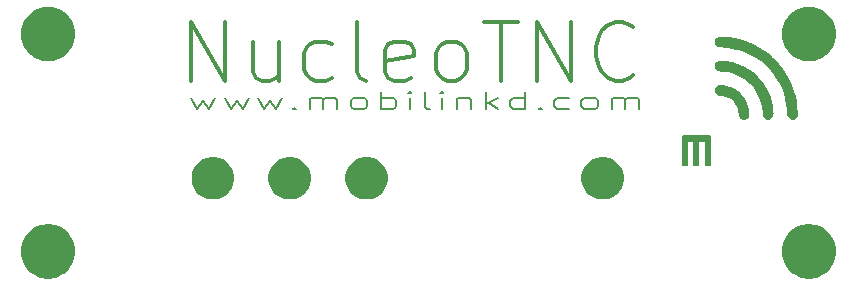
<source format=gbr>
G04 #@! TF.GenerationSoftware,KiCad,Pcbnew,5.1.5-1.fc31*
G04 #@! TF.CreationDate,2020-05-07T20:18:55-05:00*
G04 #@! TF.ProjectId,FrontPanel,46726f6e-7450-4616-9e65-6c2e6b696361,B*
G04 #@! TF.SameCoordinates,Original*
G04 #@! TF.FileFunction,Soldermask,Top*
G04 #@! TF.FilePolarity,Negative*
%FSLAX46Y46*%
G04 Gerber Fmt 4.6, Leading zero omitted, Abs format (unit mm)*
G04 Created by KiCad (PCBNEW 5.1.5-1.fc31) date 2020-05-07 20:18:55*
%MOMM*%
%LPD*%
G04 APERTURE LIST*
%ADD10C,0.150000*%
%ADD11C,0.300000*%
%ADD12C,0.010000*%
%ADD13C,0.100000*%
G04 APERTURE END LIST*
D10*
X115407142Y-84178571D02*
X115921428Y-85178571D01*
X116435714Y-84464285D01*
X116950000Y-85178571D01*
X117464285Y-84178571D01*
X118235714Y-84178571D02*
X118750000Y-85178571D01*
X119264285Y-84464285D01*
X119778571Y-85178571D01*
X120292857Y-84178571D01*
X121064285Y-84178571D02*
X121578571Y-85178571D01*
X122092857Y-84464285D01*
X122607142Y-85178571D01*
X123121428Y-84178571D01*
X124150000Y-85035714D02*
X124278571Y-85107142D01*
X124150000Y-85178571D01*
X124021428Y-85107142D01*
X124150000Y-85035714D01*
X124150000Y-85178571D01*
X125435714Y-85178571D02*
X125435714Y-84178571D01*
X125435714Y-84321428D02*
X125564285Y-84250000D01*
X125821428Y-84178571D01*
X126207142Y-84178571D01*
X126464285Y-84250000D01*
X126592857Y-84392857D01*
X126592857Y-85178571D01*
X126592857Y-84392857D02*
X126721428Y-84250000D01*
X126978571Y-84178571D01*
X127364285Y-84178571D01*
X127621428Y-84250000D01*
X127750000Y-84392857D01*
X127750000Y-85178571D01*
X129421428Y-85178571D02*
X129164285Y-85107142D01*
X129035714Y-85035714D01*
X128907142Y-84892857D01*
X128907142Y-84464285D01*
X129035714Y-84321428D01*
X129164285Y-84250000D01*
X129421428Y-84178571D01*
X129807142Y-84178571D01*
X130064285Y-84250000D01*
X130192857Y-84321428D01*
X130321428Y-84464285D01*
X130321428Y-84892857D01*
X130192857Y-85035714D01*
X130064285Y-85107142D01*
X129807142Y-85178571D01*
X129421428Y-85178571D01*
X131478571Y-85178571D02*
X131478571Y-83678571D01*
X131478571Y-84250000D02*
X131735714Y-84178571D01*
X132250000Y-84178571D01*
X132507142Y-84250000D01*
X132635714Y-84321428D01*
X132764285Y-84464285D01*
X132764285Y-84892857D01*
X132635714Y-85035714D01*
X132507142Y-85107142D01*
X132250000Y-85178571D01*
X131735714Y-85178571D01*
X131478571Y-85107142D01*
X133921428Y-85178571D02*
X133921428Y-84178571D01*
X133921428Y-83678571D02*
X133792857Y-83750000D01*
X133921428Y-83821428D01*
X134050000Y-83750000D01*
X133921428Y-83678571D01*
X133921428Y-83821428D01*
X135592857Y-85178571D02*
X135335714Y-85107142D01*
X135207142Y-84964285D01*
X135207142Y-83678571D01*
X136621428Y-85178571D02*
X136621428Y-84178571D01*
X136621428Y-83678571D02*
X136492857Y-83750000D01*
X136621428Y-83821428D01*
X136750000Y-83750000D01*
X136621428Y-83678571D01*
X136621428Y-83821428D01*
X137907142Y-84178571D02*
X137907142Y-85178571D01*
X137907142Y-84321428D02*
X138035714Y-84250000D01*
X138292857Y-84178571D01*
X138678571Y-84178571D01*
X138935714Y-84250000D01*
X139064285Y-84392857D01*
X139064285Y-85178571D01*
X140350000Y-85178571D02*
X140350000Y-83678571D01*
X140607142Y-84607142D02*
X141378571Y-85178571D01*
X141378571Y-84178571D02*
X140350000Y-84750000D01*
X143692857Y-85178571D02*
X143692857Y-83678571D01*
X143692857Y-85107142D02*
X143435714Y-85178571D01*
X142921428Y-85178571D01*
X142664285Y-85107142D01*
X142535714Y-85035714D01*
X142407142Y-84892857D01*
X142407142Y-84464285D01*
X142535714Y-84321428D01*
X142664285Y-84250000D01*
X142921428Y-84178571D01*
X143435714Y-84178571D01*
X143692857Y-84250000D01*
X144978571Y-85035714D02*
X145107142Y-85107142D01*
X144978571Y-85178571D01*
X144850000Y-85107142D01*
X144978571Y-85035714D01*
X144978571Y-85178571D01*
X147421428Y-85107142D02*
X147164285Y-85178571D01*
X146650000Y-85178571D01*
X146392857Y-85107142D01*
X146264285Y-85035714D01*
X146135714Y-84892857D01*
X146135714Y-84464285D01*
X146264285Y-84321428D01*
X146392857Y-84250000D01*
X146650000Y-84178571D01*
X147164285Y-84178571D01*
X147421428Y-84250000D01*
X148964285Y-85178571D02*
X148707142Y-85107142D01*
X148578571Y-85035714D01*
X148450000Y-84892857D01*
X148450000Y-84464285D01*
X148578571Y-84321428D01*
X148707142Y-84250000D01*
X148964285Y-84178571D01*
X149350000Y-84178571D01*
X149607142Y-84250000D01*
X149735714Y-84321428D01*
X149864285Y-84464285D01*
X149864285Y-84892857D01*
X149735714Y-85035714D01*
X149607142Y-85107142D01*
X149350000Y-85178571D01*
X148964285Y-85178571D01*
X151021428Y-85178571D02*
X151021428Y-84178571D01*
X151021428Y-84321428D02*
X151150000Y-84250000D01*
X151407142Y-84178571D01*
X151792857Y-84178571D01*
X152050000Y-84250000D01*
X152178571Y-84392857D01*
X152178571Y-85178571D01*
X152178571Y-84392857D02*
X152307142Y-84250000D01*
X152564285Y-84178571D01*
X152950000Y-84178571D01*
X153207142Y-84250000D01*
X153335714Y-84392857D01*
X153335714Y-85178571D01*
D11*
X115428571Y-82761904D02*
X115428571Y-77761904D01*
X118285714Y-82761904D01*
X118285714Y-77761904D01*
X122809523Y-79428571D02*
X122809523Y-82761904D01*
X120666666Y-79428571D02*
X120666666Y-82047619D01*
X120904761Y-82523809D01*
X121380952Y-82761904D01*
X122095238Y-82761904D01*
X122571428Y-82523809D01*
X122809523Y-82285714D01*
X127333333Y-82523809D02*
X126857142Y-82761904D01*
X125904761Y-82761904D01*
X125428571Y-82523809D01*
X125190476Y-82285714D01*
X124952380Y-81809523D01*
X124952380Y-80380952D01*
X125190476Y-79904761D01*
X125428571Y-79666666D01*
X125904761Y-79428571D01*
X126857142Y-79428571D01*
X127333333Y-79666666D01*
X130190476Y-82761904D02*
X129714285Y-82523809D01*
X129476190Y-82047619D01*
X129476190Y-77761904D01*
X134000000Y-82523809D02*
X133523809Y-82761904D01*
X132571428Y-82761904D01*
X132095238Y-82523809D01*
X131857142Y-82047619D01*
X131857142Y-80142857D01*
X132095238Y-79666666D01*
X132571428Y-79428571D01*
X133523809Y-79428571D01*
X134000000Y-79666666D01*
X134238095Y-80142857D01*
X134238095Y-80619047D01*
X131857142Y-81095238D01*
X137095238Y-82761904D02*
X136619047Y-82523809D01*
X136380952Y-82285714D01*
X136142857Y-81809523D01*
X136142857Y-80380952D01*
X136380952Y-79904761D01*
X136619047Y-79666666D01*
X137095238Y-79428571D01*
X137809523Y-79428571D01*
X138285714Y-79666666D01*
X138523809Y-79904761D01*
X138761904Y-80380952D01*
X138761904Y-81809523D01*
X138523809Y-82285714D01*
X138285714Y-82523809D01*
X137809523Y-82761904D01*
X137095238Y-82761904D01*
X140190476Y-77761904D02*
X143047619Y-77761904D01*
X141619047Y-82761904D02*
X141619047Y-77761904D01*
X144714285Y-82761904D02*
X144714285Y-77761904D01*
X147571428Y-82761904D01*
X147571428Y-77761904D01*
X152809523Y-82285714D02*
X152571428Y-82523809D01*
X151857142Y-82761904D01*
X151380952Y-82761904D01*
X150666666Y-82523809D01*
X150190476Y-82047619D01*
X149952380Y-81571428D01*
X149714285Y-80619047D01*
X149714285Y-79904761D01*
X149952380Y-78952380D01*
X150190476Y-78476190D01*
X150666666Y-78000000D01*
X151380952Y-77761904D01*
X151857142Y-77761904D01*
X152571428Y-78000000D01*
X152809523Y-78238095D01*
D12*
G36*
X158371871Y-87328133D02*
G01*
X158570299Y-87328377D01*
X158733672Y-87328956D01*
X158865631Y-87330011D01*
X158969816Y-87331683D01*
X159049865Y-87334114D01*
X159109420Y-87337444D01*
X159152119Y-87341816D01*
X159181601Y-87347369D01*
X159201508Y-87354246D01*
X159215478Y-87362588D01*
X159224778Y-87370367D01*
X159249069Y-87392328D01*
X159269725Y-87413065D01*
X159287060Y-87436017D01*
X159301388Y-87464628D01*
X159313023Y-87502339D01*
X159322277Y-87552591D01*
X159329464Y-87618828D01*
X159334897Y-87704489D01*
X159338891Y-87813019D01*
X159341758Y-87947857D01*
X159343813Y-88112446D01*
X159345367Y-88310228D01*
X159346736Y-88544645D01*
X159347683Y-88719792D01*
X159354116Y-89899834D01*
X158907334Y-89899834D01*
X158907334Y-87846667D01*
X158357000Y-87846667D01*
X158357000Y-89899834D01*
X157912500Y-89899834D01*
X157912500Y-87846667D01*
X157362167Y-87846667D01*
X157362167Y-89899834D01*
X156938834Y-89899834D01*
X156938834Y-88713449D01*
X156938848Y-88452762D01*
X156939071Y-88230987D01*
X156939771Y-88044705D01*
X156941220Y-87890495D01*
X156943686Y-87764937D01*
X156947439Y-87664611D01*
X156952749Y-87586096D01*
X156959885Y-87525971D01*
X156969117Y-87480817D01*
X156980715Y-87447213D01*
X156994948Y-87421738D01*
X157012087Y-87400973D01*
X157032400Y-87381497D01*
X157044722Y-87370367D01*
X157056569Y-87360759D01*
X157071455Y-87352728D01*
X157093021Y-87346133D01*
X157124906Y-87340832D01*
X157170750Y-87336684D01*
X157234192Y-87333549D01*
X157318872Y-87331284D01*
X157428431Y-87329750D01*
X157566507Y-87328803D01*
X157736740Y-87328305D01*
X157942770Y-87328112D01*
X158134750Y-87328084D01*
X158371871Y-87328133D01*
G37*
X158371871Y-87328133D02*
X158570299Y-87328377D01*
X158733672Y-87328956D01*
X158865631Y-87330011D01*
X158969816Y-87331683D01*
X159049865Y-87334114D01*
X159109420Y-87337444D01*
X159152119Y-87341816D01*
X159181601Y-87347369D01*
X159201508Y-87354246D01*
X159215478Y-87362588D01*
X159224778Y-87370367D01*
X159249069Y-87392328D01*
X159269725Y-87413065D01*
X159287060Y-87436017D01*
X159301388Y-87464628D01*
X159313023Y-87502339D01*
X159322277Y-87552591D01*
X159329464Y-87618828D01*
X159334897Y-87704489D01*
X159338891Y-87813019D01*
X159341758Y-87947857D01*
X159343813Y-88112446D01*
X159345367Y-88310228D01*
X159346736Y-88544645D01*
X159347683Y-88719792D01*
X159354116Y-89899834D01*
X158907334Y-89899834D01*
X158907334Y-87846667D01*
X158357000Y-87846667D01*
X158357000Y-89899834D01*
X157912500Y-89899834D01*
X157912500Y-87846667D01*
X157362167Y-87846667D01*
X157362167Y-89899834D01*
X156938834Y-89899834D01*
X156938834Y-88713449D01*
X156938848Y-88452762D01*
X156939071Y-88230987D01*
X156939771Y-88044705D01*
X156941220Y-87890495D01*
X156943686Y-87764937D01*
X156947439Y-87664611D01*
X156952749Y-87586096D01*
X156959885Y-87525971D01*
X156969117Y-87480817D01*
X156980715Y-87447213D01*
X156994948Y-87421738D01*
X157012087Y-87400973D01*
X157032400Y-87381497D01*
X157044722Y-87370367D01*
X157056569Y-87360759D01*
X157071455Y-87352728D01*
X157093021Y-87346133D01*
X157124906Y-87340832D01*
X157170750Y-87336684D01*
X157234192Y-87333549D01*
X157318872Y-87331284D01*
X157428431Y-87329750D01*
X157566507Y-87328803D01*
X157736740Y-87328305D01*
X157942770Y-87328112D01*
X158134750Y-87328084D01*
X158371871Y-87328133D01*
G36*
X160355647Y-79035669D02*
G01*
X160843042Y-79063230D01*
X161329713Y-79131866D01*
X161812689Y-79240380D01*
X162288997Y-79387571D01*
X162755667Y-79572243D01*
X163209727Y-79793196D01*
X163648203Y-80049232D01*
X164068126Y-80339152D01*
X164466522Y-80661760D01*
X164531907Y-80719778D01*
X164887096Y-81066165D01*
X165214402Y-81440217D01*
X165512336Y-81838707D01*
X165779406Y-82258405D01*
X166014122Y-82696084D01*
X166214993Y-83148514D01*
X166380529Y-83612467D01*
X166509238Y-84084714D01*
X166599631Y-84562028D01*
X166650216Y-85041179D01*
X166660868Y-85330909D01*
X166664917Y-85725567D01*
X166599173Y-85807159D01*
X166500314Y-85900669D01*
X166386598Y-85957581D01*
X166263750Y-85975773D01*
X166175219Y-85964292D01*
X166074128Y-85921021D01*
X165983322Y-85848853D01*
X165914495Y-85758923D01*
X165884638Y-85687667D01*
X165878547Y-85648858D01*
X165870989Y-85576393D01*
X165862722Y-85478893D01*
X165854506Y-85364977D01*
X165850141Y-85296084D01*
X165839724Y-85152364D01*
X165825509Y-84996807D01*
X165809200Y-84846192D01*
X165792503Y-84717296D01*
X165788840Y-84692834D01*
X165694346Y-84216993D01*
X165561444Y-83756222D01*
X165391901Y-83312280D01*
X165187484Y-82886923D01*
X164949959Y-82481907D01*
X164681093Y-82098991D01*
X164382653Y-81739931D01*
X164056405Y-81406485D01*
X163704117Y-81100408D01*
X163327556Y-80823460D01*
X162928487Y-80577396D01*
X162508678Y-80363974D01*
X162069895Y-80184950D01*
X161613905Y-80042083D01*
X161142476Y-79937129D01*
X160980302Y-79910589D01*
X160849159Y-79893254D01*
X160693835Y-79876121D01*
X160532451Y-79861011D01*
X160383129Y-79849747D01*
X160362616Y-79848485D01*
X160211504Y-79837909D01*
X160095461Y-79824894D01*
X160007223Y-79807086D01*
X159939524Y-79782132D01*
X159885100Y-79747676D01*
X159836687Y-79701366D01*
X159809372Y-79669227D01*
X159768604Y-79608521D01*
X159746519Y-79542854D01*
X159736994Y-79465521D01*
X159745096Y-79329278D01*
X159790229Y-79213051D01*
X159871960Y-79117793D01*
X159906600Y-79091321D01*
X159994211Y-79030750D01*
X160355647Y-79035669D01*
G37*
X160355647Y-79035669D02*
X160843042Y-79063230D01*
X161329713Y-79131866D01*
X161812689Y-79240380D01*
X162288997Y-79387571D01*
X162755667Y-79572243D01*
X163209727Y-79793196D01*
X163648203Y-80049232D01*
X164068126Y-80339152D01*
X164466522Y-80661760D01*
X164531907Y-80719778D01*
X164887096Y-81066165D01*
X165214402Y-81440217D01*
X165512336Y-81838707D01*
X165779406Y-82258405D01*
X166014122Y-82696084D01*
X166214993Y-83148514D01*
X166380529Y-83612467D01*
X166509238Y-84084714D01*
X166599631Y-84562028D01*
X166650216Y-85041179D01*
X166660868Y-85330909D01*
X166664917Y-85725567D01*
X166599173Y-85807159D01*
X166500314Y-85900669D01*
X166386598Y-85957581D01*
X166263750Y-85975773D01*
X166175219Y-85964292D01*
X166074128Y-85921021D01*
X165983322Y-85848853D01*
X165914495Y-85758923D01*
X165884638Y-85687667D01*
X165878547Y-85648858D01*
X165870989Y-85576393D01*
X165862722Y-85478893D01*
X165854506Y-85364977D01*
X165850141Y-85296084D01*
X165839724Y-85152364D01*
X165825509Y-84996807D01*
X165809200Y-84846192D01*
X165792503Y-84717296D01*
X165788840Y-84692834D01*
X165694346Y-84216993D01*
X165561444Y-83756222D01*
X165391901Y-83312280D01*
X165187484Y-82886923D01*
X164949959Y-82481907D01*
X164681093Y-82098991D01*
X164382653Y-81739931D01*
X164056405Y-81406485D01*
X163704117Y-81100408D01*
X163327556Y-80823460D01*
X162928487Y-80577396D01*
X162508678Y-80363974D01*
X162069895Y-80184950D01*
X161613905Y-80042083D01*
X161142476Y-79937129D01*
X160980302Y-79910589D01*
X160849159Y-79893254D01*
X160693835Y-79876121D01*
X160532451Y-79861011D01*
X160383129Y-79849747D01*
X160362616Y-79848485D01*
X160211504Y-79837909D01*
X160095461Y-79824894D01*
X160007223Y-79807086D01*
X159939524Y-79782132D01*
X159885100Y-79747676D01*
X159836687Y-79701366D01*
X159809372Y-79669227D01*
X159768604Y-79608521D01*
X159746519Y-79542854D01*
X159736994Y-79465521D01*
X159745096Y-79329278D01*
X159790229Y-79213051D01*
X159871960Y-79117793D01*
X159906600Y-79091321D01*
X159994211Y-79030750D01*
X160355647Y-79035669D01*
G36*
X160375956Y-81076599D02*
G01*
X160552938Y-81088621D01*
X160742751Y-81110448D01*
X160939801Y-81141779D01*
X161138494Y-81182317D01*
X161225084Y-81203014D01*
X161643783Y-81329209D01*
X162043426Y-81492638D01*
X162422303Y-81691918D01*
X162778704Y-81925666D01*
X163110919Y-82192501D01*
X163417237Y-82491040D01*
X163695948Y-82819899D01*
X163945343Y-83177697D01*
X164163710Y-83563051D01*
X164177062Y-83589566D01*
X164311550Y-83893569D01*
X164425820Y-84223012D01*
X164517011Y-84566316D01*
X164582263Y-84911899D01*
X164618715Y-85248181D01*
X164625154Y-85403606D01*
X164626264Y-85516104D01*
X164624163Y-85596620D01*
X164617588Y-85655460D01*
X164605273Y-85702931D01*
X164585954Y-85749338D01*
X164581599Y-85758447D01*
X164514110Y-85852037D01*
X164418908Y-85922235D01*
X164306199Y-85964468D01*
X164186190Y-85974166D01*
X164122053Y-85964292D01*
X164018570Y-85919200D01*
X163926726Y-85842280D01*
X163880461Y-85781236D01*
X163860926Y-85742853D01*
X163845279Y-85693692D01*
X163832078Y-85626140D01*
X163819882Y-85532586D01*
X163807249Y-85405415D01*
X163805386Y-85384740D01*
X163789818Y-85218881D01*
X163775127Y-85084800D01*
X163759689Y-84972016D01*
X163741880Y-84870047D01*
X163720076Y-84768414D01*
X163692653Y-84656633D01*
X163692448Y-84655833D01*
X163576867Y-84287605D01*
X163424222Y-83936826D01*
X163236959Y-83605824D01*
X163017527Y-83296925D01*
X162768372Y-83012455D01*
X162491943Y-82754740D01*
X162190687Y-82526107D01*
X161867051Y-82328883D01*
X161523483Y-82165393D01*
X161162431Y-82037964D01*
X160859136Y-81962837D01*
X160747553Y-81943309D01*
X160612096Y-81924097D01*
X160471176Y-81907614D01*
X160361720Y-81897618D01*
X160214710Y-81885170D01*
X160102813Y-81871919D01*
X160018822Y-81855946D01*
X159955531Y-81835335D01*
X159905733Y-81808168D01*
X159862221Y-81772528D01*
X159851202Y-81761791D01*
X159777425Y-81663142D01*
X159740836Y-81549516D01*
X159739226Y-81419682D01*
X159768702Y-81298275D01*
X159832015Y-81199230D01*
X159908193Y-81132542D01*
X159977922Y-81102353D01*
X160082854Y-81083166D01*
X160217396Y-81074681D01*
X160375956Y-81076599D01*
G37*
X160375956Y-81076599D02*
X160552938Y-81088621D01*
X160742751Y-81110448D01*
X160939801Y-81141779D01*
X161138494Y-81182317D01*
X161225084Y-81203014D01*
X161643783Y-81329209D01*
X162043426Y-81492638D01*
X162422303Y-81691918D01*
X162778704Y-81925666D01*
X163110919Y-82192501D01*
X163417237Y-82491040D01*
X163695948Y-82819899D01*
X163945343Y-83177697D01*
X164163710Y-83563051D01*
X164177062Y-83589566D01*
X164311550Y-83893569D01*
X164425820Y-84223012D01*
X164517011Y-84566316D01*
X164582263Y-84911899D01*
X164618715Y-85248181D01*
X164625154Y-85403606D01*
X164626264Y-85516104D01*
X164624163Y-85596620D01*
X164617588Y-85655460D01*
X164605273Y-85702931D01*
X164585954Y-85749338D01*
X164581599Y-85758447D01*
X164514110Y-85852037D01*
X164418908Y-85922235D01*
X164306199Y-85964468D01*
X164186190Y-85974166D01*
X164122053Y-85964292D01*
X164018570Y-85919200D01*
X163926726Y-85842280D01*
X163880461Y-85781236D01*
X163860926Y-85742853D01*
X163845279Y-85693692D01*
X163832078Y-85626140D01*
X163819882Y-85532586D01*
X163807249Y-85405415D01*
X163805386Y-85384740D01*
X163789818Y-85218881D01*
X163775127Y-85084800D01*
X163759689Y-84972016D01*
X163741880Y-84870047D01*
X163720076Y-84768414D01*
X163692653Y-84656633D01*
X163692448Y-84655833D01*
X163576867Y-84287605D01*
X163424222Y-83936826D01*
X163236959Y-83605824D01*
X163017527Y-83296925D01*
X162768372Y-83012455D01*
X162491943Y-82754740D01*
X162190687Y-82526107D01*
X161867051Y-82328883D01*
X161523483Y-82165393D01*
X161162431Y-82037964D01*
X160859136Y-81962837D01*
X160747553Y-81943309D01*
X160612096Y-81924097D01*
X160471176Y-81907614D01*
X160361720Y-81897618D01*
X160214710Y-81885170D01*
X160102813Y-81871919D01*
X160018822Y-81855946D01*
X159955531Y-81835335D01*
X159905733Y-81808168D01*
X159862221Y-81772528D01*
X159851202Y-81761791D01*
X159777425Y-81663142D01*
X159740836Y-81549516D01*
X159739226Y-81419682D01*
X159768702Y-81298275D01*
X159832015Y-81199230D01*
X159908193Y-81132542D01*
X159977922Y-81102353D01*
X160082854Y-81083166D01*
X160217396Y-81074681D01*
X160375956Y-81076599D01*
G36*
X160294979Y-83126671D02*
G01*
X160336084Y-83129604D01*
X160652095Y-83174581D01*
X160955115Y-83259528D01*
X161243249Y-83383565D01*
X161514606Y-83545811D01*
X161767292Y-83745384D01*
X161871898Y-83844621D01*
X162087208Y-84088287D01*
X162264012Y-84349524D01*
X162402443Y-84628605D01*
X162502634Y-84925803D01*
X162564716Y-85241391D01*
X162570076Y-85284480D01*
X162583837Y-85460852D01*
X162579539Y-85602951D01*
X162556791Y-85714973D01*
X162522826Y-85789400D01*
X162445099Y-85877256D01*
X162342161Y-85939395D01*
X162225524Y-85971169D01*
X162106696Y-85967929D01*
X162089915Y-85964264D01*
X161990434Y-85930020D01*
X161912583Y-85878486D01*
X161853039Y-85804468D01*
X161808480Y-85702776D01*
X161775583Y-85568219D01*
X161756682Y-85443535D01*
X161739926Y-85329302D01*
X161719179Y-85216410D01*
X161697342Y-85119441D01*
X161681077Y-85063250D01*
X161575491Y-84819386D01*
X161437136Y-84600154D01*
X161269106Y-84408036D01*
X161074498Y-84245513D01*
X160856405Y-84115065D01*
X160617923Y-84019175D01*
X160362146Y-83960323D01*
X160294394Y-83951526D01*
X160200613Y-83940630D01*
X160115814Y-83929736D01*
X160053981Y-83920676D01*
X160039750Y-83918160D01*
X159928851Y-83877271D01*
X159840725Y-83806993D01*
X159777494Y-83714894D01*
X159741282Y-83608541D01*
X159734212Y-83495501D01*
X159758408Y-83383341D01*
X159815994Y-83279629D01*
X159849810Y-83241243D01*
X159913006Y-83186803D01*
X159980423Y-83150122D01*
X160060759Y-83129205D01*
X160162711Y-83122053D01*
X160294979Y-83126671D01*
G37*
X160294979Y-83126671D02*
X160336084Y-83129604D01*
X160652095Y-83174581D01*
X160955115Y-83259528D01*
X161243249Y-83383565D01*
X161514606Y-83545811D01*
X161767292Y-83745384D01*
X161871898Y-83844621D01*
X162087208Y-84088287D01*
X162264012Y-84349524D01*
X162402443Y-84628605D01*
X162502634Y-84925803D01*
X162564716Y-85241391D01*
X162570076Y-85284480D01*
X162583837Y-85460852D01*
X162579539Y-85602951D01*
X162556791Y-85714973D01*
X162522826Y-85789400D01*
X162445099Y-85877256D01*
X162342161Y-85939395D01*
X162225524Y-85971169D01*
X162106696Y-85967929D01*
X162089915Y-85964264D01*
X161990434Y-85930020D01*
X161912583Y-85878486D01*
X161853039Y-85804468D01*
X161808480Y-85702776D01*
X161775583Y-85568219D01*
X161756682Y-85443535D01*
X161739926Y-85329302D01*
X161719179Y-85216410D01*
X161697342Y-85119441D01*
X161681077Y-85063250D01*
X161575491Y-84819386D01*
X161437136Y-84600154D01*
X161269106Y-84408036D01*
X161074498Y-84245513D01*
X160856405Y-84115065D01*
X160617923Y-84019175D01*
X160362146Y-83960323D01*
X160294394Y-83951526D01*
X160200613Y-83940630D01*
X160115814Y-83929736D01*
X160053981Y-83920676D01*
X160039750Y-83918160D01*
X159928851Y-83877271D01*
X159840725Y-83806993D01*
X159777494Y-83714894D01*
X159741282Y-83608541D01*
X159734212Y-83495501D01*
X159758408Y-83383341D01*
X159815994Y-83279629D01*
X159849810Y-83241243D01*
X159913006Y-83186803D01*
X159980423Y-83150122D01*
X160060759Y-83129205D01*
X160162711Y-83122053D01*
X160294979Y-83126671D01*
D13*
G36*
X168148903Y-94943213D02*
G01*
X168371177Y-94987426D01*
X168789932Y-95160880D01*
X169166802Y-95412696D01*
X169487304Y-95733198D01*
X169739120Y-96110068D01*
X169912574Y-96528823D01*
X170001000Y-96973371D01*
X170001000Y-97426629D01*
X169912574Y-97871177D01*
X169739120Y-98289932D01*
X169487304Y-98666802D01*
X169166802Y-98987304D01*
X168789932Y-99239120D01*
X168371177Y-99412574D01*
X168148903Y-99456787D01*
X167926630Y-99501000D01*
X167473370Y-99501000D01*
X167251097Y-99456787D01*
X167028823Y-99412574D01*
X166610068Y-99239120D01*
X166233198Y-98987304D01*
X165912696Y-98666802D01*
X165660880Y-98289932D01*
X165487426Y-97871177D01*
X165399000Y-97426629D01*
X165399000Y-96973371D01*
X165487426Y-96528823D01*
X165660880Y-96110068D01*
X165912696Y-95733198D01*
X166233198Y-95412696D01*
X166610068Y-95160880D01*
X167028823Y-94987426D01*
X167251097Y-94943213D01*
X167473370Y-94899000D01*
X167926630Y-94899000D01*
X168148903Y-94943213D01*
G37*
G36*
X103748903Y-94943213D02*
G01*
X103971177Y-94987426D01*
X104389932Y-95160880D01*
X104766802Y-95412696D01*
X105087304Y-95733198D01*
X105339120Y-96110068D01*
X105512574Y-96528823D01*
X105601000Y-96973371D01*
X105601000Y-97426629D01*
X105512574Y-97871177D01*
X105339120Y-98289932D01*
X105087304Y-98666802D01*
X104766802Y-98987304D01*
X104389932Y-99239120D01*
X103971177Y-99412574D01*
X103748903Y-99456787D01*
X103526630Y-99501000D01*
X103073370Y-99501000D01*
X102851097Y-99456787D01*
X102628823Y-99412574D01*
X102210068Y-99239120D01*
X101833198Y-98987304D01*
X101512696Y-98666802D01*
X101260880Y-98289932D01*
X101087426Y-97871177D01*
X100999000Y-97426629D01*
X100999000Y-96973371D01*
X101087426Y-96528823D01*
X101260880Y-96110068D01*
X101512696Y-95733198D01*
X101833198Y-95412696D01*
X102210068Y-95160880D01*
X102628823Y-94987426D01*
X102851097Y-94943213D01*
X103073370Y-94899000D01*
X103526630Y-94899000D01*
X103748903Y-94943213D01*
G37*
G36*
X150775331Y-89268211D02*
G01*
X151103092Y-89403974D01*
X151398070Y-89601072D01*
X151648928Y-89851930D01*
X151846026Y-90146908D01*
X151981789Y-90474669D01*
X152051000Y-90822616D01*
X152051000Y-91177384D01*
X151981789Y-91525331D01*
X151846026Y-91853092D01*
X151648928Y-92148070D01*
X151398070Y-92398928D01*
X151103092Y-92596026D01*
X150775331Y-92731789D01*
X150427384Y-92801000D01*
X150072616Y-92801000D01*
X149724669Y-92731789D01*
X149396908Y-92596026D01*
X149101930Y-92398928D01*
X148851072Y-92148070D01*
X148653974Y-91853092D01*
X148518211Y-91525331D01*
X148449000Y-91177384D01*
X148449000Y-90822616D01*
X148518211Y-90474669D01*
X148653974Y-90146908D01*
X148851072Y-89851930D01*
X149101930Y-89601072D01*
X149396908Y-89403974D01*
X149724669Y-89268211D01*
X150072616Y-89199000D01*
X150427384Y-89199000D01*
X150775331Y-89268211D01*
G37*
G36*
X130775331Y-89268211D02*
G01*
X131103092Y-89403974D01*
X131398070Y-89601072D01*
X131648928Y-89851930D01*
X131846026Y-90146908D01*
X131981789Y-90474669D01*
X132051000Y-90822616D01*
X132051000Y-91177384D01*
X131981789Y-91525331D01*
X131846026Y-91853092D01*
X131648928Y-92148070D01*
X131398070Y-92398928D01*
X131103092Y-92596026D01*
X130775331Y-92731789D01*
X130427384Y-92801000D01*
X130072616Y-92801000D01*
X129724669Y-92731789D01*
X129396908Y-92596026D01*
X129101930Y-92398928D01*
X128851072Y-92148070D01*
X128653974Y-91853092D01*
X128518211Y-91525331D01*
X128449000Y-91177384D01*
X128449000Y-90822616D01*
X128518211Y-90474669D01*
X128653974Y-90146908D01*
X128851072Y-89851930D01*
X129101930Y-89601072D01*
X129396908Y-89403974D01*
X129724669Y-89268211D01*
X130072616Y-89199000D01*
X130427384Y-89199000D01*
X130775331Y-89268211D01*
G37*
G36*
X124275331Y-89268211D02*
G01*
X124603092Y-89403974D01*
X124898070Y-89601072D01*
X125148928Y-89851930D01*
X125346026Y-90146908D01*
X125481789Y-90474669D01*
X125551000Y-90822616D01*
X125551000Y-91177384D01*
X125481789Y-91525331D01*
X125346026Y-91853092D01*
X125148928Y-92148070D01*
X124898070Y-92398928D01*
X124603092Y-92596026D01*
X124275331Y-92731789D01*
X123927384Y-92801000D01*
X123572616Y-92801000D01*
X123224669Y-92731789D01*
X122896908Y-92596026D01*
X122601930Y-92398928D01*
X122351072Y-92148070D01*
X122153974Y-91853092D01*
X122018211Y-91525331D01*
X121949000Y-91177384D01*
X121949000Y-90822616D01*
X122018211Y-90474669D01*
X122153974Y-90146908D01*
X122351072Y-89851930D01*
X122601930Y-89601072D01*
X122896908Y-89403974D01*
X123224669Y-89268211D01*
X123572616Y-89199000D01*
X123927384Y-89199000D01*
X124275331Y-89268211D01*
G37*
G36*
X117775331Y-89268211D02*
G01*
X118103092Y-89403974D01*
X118398070Y-89601072D01*
X118648928Y-89851930D01*
X118846026Y-90146908D01*
X118981789Y-90474669D01*
X119051000Y-90822616D01*
X119051000Y-91177384D01*
X118981789Y-91525331D01*
X118846026Y-91853092D01*
X118648928Y-92148070D01*
X118398070Y-92398928D01*
X118103092Y-92596026D01*
X117775331Y-92731789D01*
X117427384Y-92801000D01*
X117072616Y-92801000D01*
X116724669Y-92731789D01*
X116396908Y-92596026D01*
X116101930Y-92398928D01*
X115851072Y-92148070D01*
X115653974Y-91853092D01*
X115518211Y-91525331D01*
X115449000Y-91177384D01*
X115449000Y-90822616D01*
X115518211Y-90474669D01*
X115653974Y-90146908D01*
X115851072Y-89851930D01*
X116101930Y-89601072D01*
X116396908Y-89403974D01*
X116724669Y-89268211D01*
X117072616Y-89199000D01*
X117427384Y-89199000D01*
X117775331Y-89268211D01*
G37*
G36*
X168148903Y-76543213D02*
G01*
X168371177Y-76587426D01*
X168789932Y-76760880D01*
X169166802Y-77012696D01*
X169487304Y-77333198D01*
X169739120Y-77710068D01*
X169912574Y-78128823D01*
X170001000Y-78573371D01*
X170001000Y-79026629D01*
X169912574Y-79471177D01*
X169739120Y-79889932D01*
X169487304Y-80266802D01*
X169166802Y-80587304D01*
X168789932Y-80839120D01*
X168371177Y-81012574D01*
X168148903Y-81056787D01*
X167926630Y-81101000D01*
X167473370Y-81101000D01*
X167251097Y-81056787D01*
X167028823Y-81012574D01*
X166610068Y-80839120D01*
X166233198Y-80587304D01*
X165912696Y-80266802D01*
X165660880Y-79889932D01*
X165487426Y-79471177D01*
X165399000Y-79026629D01*
X165399000Y-78573371D01*
X165487426Y-78128823D01*
X165660880Y-77710068D01*
X165912696Y-77333198D01*
X166233198Y-77012696D01*
X166610068Y-76760880D01*
X167028823Y-76587426D01*
X167251097Y-76543213D01*
X167473370Y-76499000D01*
X167926630Y-76499000D01*
X168148903Y-76543213D01*
G37*
G36*
X103748903Y-76543213D02*
G01*
X103971177Y-76587426D01*
X104389932Y-76760880D01*
X104766802Y-77012696D01*
X105087304Y-77333198D01*
X105339120Y-77710068D01*
X105512574Y-78128823D01*
X105601000Y-78573371D01*
X105601000Y-79026629D01*
X105512574Y-79471177D01*
X105339120Y-79889932D01*
X105087304Y-80266802D01*
X104766802Y-80587304D01*
X104389932Y-80839120D01*
X103971177Y-81012574D01*
X103748903Y-81056787D01*
X103526630Y-81101000D01*
X103073370Y-81101000D01*
X102851097Y-81056787D01*
X102628823Y-81012574D01*
X102210068Y-80839120D01*
X101833198Y-80587304D01*
X101512696Y-80266802D01*
X101260880Y-79889932D01*
X101087426Y-79471177D01*
X100999000Y-79026629D01*
X100999000Y-78573371D01*
X101087426Y-78128823D01*
X101260880Y-77710068D01*
X101512696Y-77333198D01*
X101833198Y-77012696D01*
X102210068Y-76760880D01*
X102628823Y-76587426D01*
X102851097Y-76543213D01*
X103073370Y-76499000D01*
X103526630Y-76499000D01*
X103748903Y-76543213D01*
G37*
M02*

</source>
